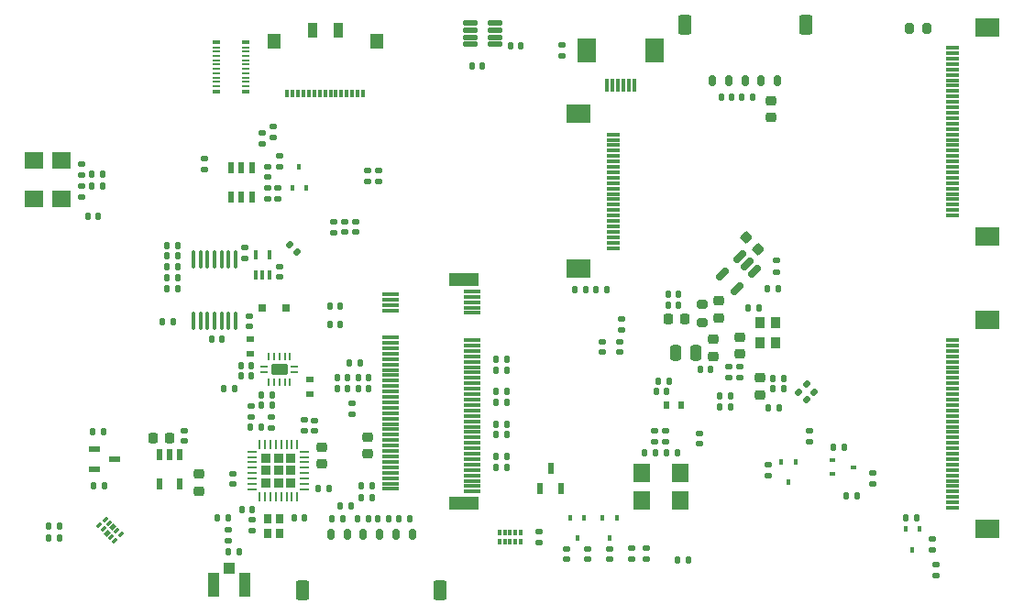
<source format=gbp>
G04 #@! TF.GenerationSoftware,KiCad,Pcbnew,(6.0.8-1)-1*
G04 #@! TF.CreationDate,2022-10-18T17:53:05-07:00*
G04 #@! TF.ProjectId,CRMHJN_capable_carrier,43524d48-4a4e-45f6-9361-7061626c655f,rev?*
G04 #@! TF.SameCoordinates,Original*
G04 #@! TF.FileFunction,Paste,Bot*
G04 #@! TF.FilePolarity,Positive*
%FSLAX46Y46*%
G04 Gerber Fmt 4.6, Leading zero omitted, Abs format (unit mm)*
G04 Created by KiCad (PCBNEW (6.0.8-1)-1) date 2022-10-18 17:53:05*
%MOMM*%
%LPD*%
G01*
G04 APERTURE LIST*
G04 Aperture macros list*
%AMRoundRect*
0 Rectangle with rounded corners*
0 $1 Rounding radius*
0 $2 $3 $4 $5 $6 $7 $8 $9 X,Y pos of 4 corners*
0 Add a 4 corners polygon primitive as box body*
4,1,4,$2,$3,$4,$5,$6,$7,$8,$9,$2,$3,0*
0 Add four circle primitives for the rounded corners*
1,1,$1+$1,$2,$3*
1,1,$1+$1,$4,$5*
1,1,$1+$1,$6,$7*
1,1,$1+$1,$8,$9*
0 Add four rect primitives between the rounded corners*
20,1,$1+$1,$2,$3,$4,$5,0*
20,1,$1+$1,$4,$5,$6,$7,0*
20,1,$1+$1,$6,$7,$8,$9,0*
20,1,$1+$1,$8,$9,$2,$3,0*%
%AMRotRect*
0 Rectangle, with rotation*
0 The origin of the aperture is its center*
0 $1 length*
0 $2 width*
0 $3 Rotation angle, in degrees counterclockwise*
0 Add horizontal line*
21,1,$1,$2,0,0,$3*%
G04 Aperture macros list end*
%ADD10RoundRect,0.225000X0.250000X-0.225000X0.250000X0.225000X-0.250000X0.225000X-0.250000X-0.225000X0*%
%ADD11RoundRect,0.135000X0.135000X0.185000X-0.135000X0.185000X-0.135000X-0.185000X0.135000X-0.185000X0*%
%ADD12RoundRect,0.135000X-0.185000X0.135000X-0.185000X-0.135000X0.185000X-0.135000X0.185000X0.135000X0*%
%ADD13R,1.000000X1.050000*%
%ADD14R,1.050000X2.200000*%
%ADD15RoundRect,0.147500X-0.147500X-0.172500X0.147500X-0.172500X0.147500X0.172500X-0.147500X0.172500X0*%
%ADD16RoundRect,0.140000X-0.140000X-0.170000X0.140000X-0.170000X0.140000X0.170000X-0.140000X0.170000X0*%
%ADD17RoundRect,0.135000X0.185000X-0.135000X0.185000X0.135000X-0.185000X0.135000X-0.185000X-0.135000X0*%
%ADD18RoundRect,0.135000X-0.135000X-0.185000X0.135000X-0.185000X0.135000X0.185000X-0.135000X0.185000X0*%
%ADD19RoundRect,0.225000X-0.250000X0.225000X-0.250000X-0.225000X0.250000X-0.225000X0.250000X0.225000X0*%
%ADD20RoundRect,0.147500X0.172500X-0.147500X0.172500X0.147500X-0.172500X0.147500X-0.172500X-0.147500X0*%
%ADD21RoundRect,0.140000X0.170000X-0.140000X0.170000X0.140000X-0.170000X0.140000X-0.170000X-0.140000X0*%
%ADD22RoundRect,0.147500X-0.172500X0.147500X-0.172500X-0.147500X0.172500X-0.147500X0.172500X0.147500X0*%
%ADD23RoundRect,0.250000X-0.250000X-0.475000X0.250000X-0.475000X0.250000X0.475000X-0.250000X0.475000X0*%
%ADD24O,0.350000X1.700000*%
%ADD25RoundRect,0.140000X0.140000X0.170000X-0.140000X0.170000X-0.140000X-0.170000X0.140000X-0.170000X0*%
%ADD26RoundRect,0.147500X0.147500X0.172500X-0.147500X0.172500X-0.147500X-0.172500X0.147500X-0.172500X0*%
%ADD27R,0.800000X0.600000*%
%ADD28R,0.550000X1.000000*%
%ADD29RoundRect,0.218750X0.256250X-0.218750X0.256250X0.218750X-0.256250X0.218750X-0.256250X-0.218750X0*%
%ADD30R,0.400000X0.500000*%
%ADD31RoundRect,0.050000X0.250000X-0.075000X0.250000X0.075000X-0.250000X0.075000X-0.250000X-0.075000X0*%
%ADD32RoundRect,0.050000X0.075000X0.250000X-0.075000X0.250000X-0.075000X-0.250000X0.075000X-0.250000X0*%
%ADD33RoundRect,0.050000X-0.700000X0.450000X-0.700000X-0.450000X0.700000X-0.450000X0.700000X0.450000X0*%
%ADD34RoundRect,0.125000X-0.537500X-0.125000X0.537500X-0.125000X0.537500X0.125000X-0.537500X0.125000X0*%
%ADD35RoundRect,0.140000X-0.170000X0.140000X-0.170000X-0.140000X0.170000X-0.140000X0.170000X0.140000X0*%
%ADD36R,1.500000X1.800000*%
%ADD37R,0.300000X1.300000*%
%ADD38R,1.800000X2.200000*%
%ADD39RotRect,0.300000X0.550000X135.000000*%
%ADD40RotRect,0.400000X0.550000X135.000000*%
%ADD41R,1.300000X0.300000*%
%ADD42R,2.200000X1.800000*%
%ADD43R,0.685000X0.230000*%
%ADD44R,0.685000X0.355600*%
%ADD45R,0.685000X0.356000*%
%ADD46R,0.300000X0.550000*%
%ADD47R,0.400000X0.550000*%
%ADD48R,1.800000X1.500000*%
%ADD49RoundRect,0.200000X0.200000X0.275000X-0.200000X0.275000X-0.200000X-0.275000X0.200000X-0.275000X0*%
%ADD50R,0.500000X0.400000*%
%ADD51RoundRect,0.225000X-0.335876X-0.017678X-0.017678X-0.335876X0.335876X0.017678X0.017678X0.335876X0*%
%ADD52RoundRect,0.147500X-0.226274X-0.017678X-0.017678X-0.226274X0.226274X0.017678X0.017678X0.226274X0*%
%ADD53R,0.800000X0.800000*%
%ADD54RoundRect,0.200000X0.275000X-0.200000X0.275000X0.200000X-0.275000X0.200000X-0.275000X-0.200000X0*%
%ADD55R,1.550000X0.300000*%
%ADD56R,2.750000X1.200000*%
%ADD57RoundRect,0.225000X0.225000X0.250000X-0.225000X0.250000X-0.225000X-0.250000X0.225000X-0.250000X0*%
%ADD58RoundRect,0.150000X0.150000X0.350000X-0.150000X0.350000X-0.150000X-0.350000X0.150000X-0.350000X0*%
%ADD59RoundRect,0.250000X0.375000X0.650000X-0.375000X0.650000X-0.375000X-0.650000X0.375000X-0.650000X0*%
%ADD60RoundRect,0.150000X-0.150000X-0.350000X0.150000X-0.350000X0.150000X0.350000X-0.150000X0.350000X0*%
%ADD61RoundRect,0.250000X-0.375000X-0.650000X0.375000X-0.650000X0.375000X0.650000X-0.375000X0.650000X0*%
%ADD62RoundRect,0.135000X0.226274X0.035355X0.035355X0.226274X-0.226274X-0.035355X-0.035355X-0.226274X0*%
%ADD63R,0.400000X0.900000*%
%ADD64R,0.950000X1.050000*%
%ADD65R,0.300000X0.800000*%
%ADD66R,1.220000X1.400000*%
%ADD67R,0.850000X1.400000*%
%ADD68R,0.800000X0.900000*%
%ADD69RoundRect,0.232500X-0.232500X-0.232500X0.232500X-0.232500X0.232500X0.232500X-0.232500X0.232500X0*%
%ADD70RoundRect,0.062500X-0.375000X-0.062500X0.375000X-0.062500X0.375000X0.062500X-0.375000X0.062500X0*%
%ADD71RoundRect,0.062500X-0.062500X-0.375000X0.062500X-0.375000X0.062500X0.375000X-0.062500X0.375000X0*%
%ADD72RoundRect,0.225000X-0.225000X-0.250000X0.225000X-0.250000X0.225000X0.250000X-0.225000X0.250000X0*%
%ADD73R,1.000000X0.550000*%
%ADD74R,0.600000X0.700000*%
%ADD75RoundRect,0.218750X-0.256250X0.218750X-0.256250X-0.218750X0.256250X-0.218750X0.256250X0.218750X0*%
%ADD76RoundRect,0.150000X0.256326X0.468458X-0.468458X-0.256326X-0.256326X-0.468458X0.468458X0.256326X0*%
G04 APERTURE END LIST*
D10*
G04 #@! TO.C,C75*
X86850000Y-46310000D03*
X86850000Y-44760000D03*
G04 #@! TD*
D11*
G04 #@! TO.C,R142*
X72745000Y-36600000D03*
X71725000Y-36600000D03*
G04 #@! TD*
D12*
G04 #@! TO.C,R139*
X76405000Y-60445000D03*
X76405000Y-61465000D03*
G04 #@! TD*
D13*
G04 #@! TO.C,AE1*
X37850000Y-62351190D03*
D14*
X36375000Y-63876190D03*
X39325000Y-63876190D03*
G04 #@! TD*
D15*
G04 #@! TO.C,R99*
X21200000Y-58450000D03*
X22170000Y-58450000D03*
G04 #@! TD*
D11*
G04 #@! TO.C,R145*
X84210000Y-47400000D03*
X83190000Y-47400000D03*
G04 #@! TD*
D16*
G04 #@! TO.C,C46*
X50090000Y-54750000D03*
X51050000Y-54750000D03*
G04 #@! TD*
D17*
G04 #@! TO.C,R74*
X24200000Y-26010000D03*
X24200000Y-24990000D03*
G04 #@! TD*
D12*
G04 #@! TO.C,R71*
X44800000Y-48640000D03*
X44800000Y-49660000D03*
G04 #@! TD*
D16*
G04 #@! TO.C,C78*
X81355000Y-43980000D03*
X82315000Y-43980000D03*
G04 #@! TD*
D18*
G04 #@! TO.C,R76*
X51590000Y-57750000D03*
X52610000Y-57750000D03*
G04 #@! TD*
D19*
G04 #@! TO.C,C16*
X46376503Y-51167547D03*
X46376503Y-52717547D03*
G04 #@! TD*
D20*
G04 #@! TO.C,R14*
X73000000Y-61485000D03*
X73000000Y-60515000D03*
G04 #@! TD*
D11*
G04 #@! TO.C,R150*
X89110000Y-44775000D03*
X88090000Y-44775000D03*
G04 #@! TD*
D21*
G04 #@! TO.C,C72*
X84000000Y-44680000D03*
X84000000Y-43720000D03*
G04 #@! TD*
D22*
G04 #@! TO.C,C86*
X41381018Y-27221010D03*
X41381018Y-28191010D03*
G04 #@! TD*
D11*
G04 #@! TO.C,R157*
X70795000Y-36605000D03*
X69775000Y-36605000D03*
G04 #@! TD*
D23*
G04 #@! TO.C,C80*
X79085000Y-42455000D03*
X80985000Y-42455000D03*
G04 #@! TD*
D20*
G04 #@! TO.C,C71*
X42498742Y-35428990D03*
X42498742Y-34458990D03*
G04 #@! TD*
G04 #@! TO.C,R95*
X42381018Y-28191010D03*
X42381018Y-27221010D03*
G04 #@! TD*
D15*
G04 #@! TO.C,C38*
X62515000Y-44000000D03*
X63485000Y-44000000D03*
G04 #@! TD*
D20*
G04 #@! TO.C,R128*
X69000000Y-61485000D03*
X69000000Y-60515000D03*
G04 #@! TD*
D12*
G04 #@! TO.C,R40*
X97250000Y-53540000D03*
X97250000Y-54560000D03*
G04 #@! TD*
D11*
G04 #@! TO.C,R75*
X54510000Y-57750000D03*
X53490000Y-57750000D03*
G04 #@! TD*
G04 #@! TO.C,R15*
X26185000Y-25950000D03*
X25165000Y-25950000D03*
G04 #@! TD*
D24*
G04 #@! TO.C,IC12*
X34541342Y-33771400D03*
X35191342Y-33771400D03*
X35841342Y-33771400D03*
X36491342Y-33771400D03*
X37141342Y-33771400D03*
X37791342Y-33771400D03*
X38441342Y-33771400D03*
X38441342Y-39471400D03*
X37791342Y-39471400D03*
X37141342Y-39471400D03*
X36491342Y-39471400D03*
X35841342Y-39471400D03*
X35191342Y-39471400D03*
X34541342Y-39471400D03*
G04 #@! TD*
D25*
G04 #@! TO.C,C7*
X37731190Y-57700000D03*
X36771190Y-57700000D03*
G04 #@! TD*
D22*
G04 #@! TO.C,R85*
X39748742Y-39008990D03*
X39748742Y-39978990D03*
G04 #@! TD*
D15*
G04 #@! TO.C,R6*
X49765000Y-44750000D03*
X50735000Y-44750000D03*
G04 #@! TD*
G04 #@! TO.C,C37*
X62515000Y-43000000D03*
X63485000Y-43000000D03*
G04 #@! TD*
D20*
G04 #@! TO.C,C88*
X41381018Y-26191010D03*
X41381018Y-25221010D03*
G04 #@! TD*
D25*
G04 #@! TO.C,C73*
X78270000Y-46015000D03*
X77310000Y-46015000D03*
G04 #@! TD*
D16*
G04 #@! TO.C,C87*
X85800000Y-38310000D03*
X86760000Y-38310000D03*
G04 #@! TD*
D17*
G04 #@! TO.C,R151*
X88366971Y-34942051D03*
X88366971Y-33922051D03*
G04 #@! TD*
D11*
G04 #@! TO.C,R135*
X94645000Y-51125000D03*
X93625000Y-51125000D03*
G04 #@! TD*
G04 #@! TO.C,R93*
X47110000Y-55000000D03*
X46090000Y-55000000D03*
G04 #@! TD*
D26*
G04 #@! TO.C,R96*
X25791010Y-29791600D03*
X24821010Y-29791600D03*
G04 #@! TD*
D27*
G04 #@! TO.C,C54*
X45325000Y-46275000D03*
X45325000Y-44875000D03*
G04 #@! TD*
D26*
G04 #@! TO.C,R66*
X26235000Y-49725000D03*
X25265000Y-49725000D03*
G04 #@! TD*
D16*
G04 #@! TO.C,C6*
X37793810Y-60825000D03*
X38753810Y-60825000D03*
G04 #@! TD*
D28*
G04 #@! TO.C,IC5*
X31411021Y-51857916D03*
X32361021Y-51857916D03*
X33311021Y-51857916D03*
X33311021Y-54557916D03*
X31411021Y-54557916D03*
G04 #@! TD*
D29*
G04 #@! TO.C,L3*
X87890000Y-20705000D03*
X87890000Y-19130000D03*
G04 #@! TD*
D17*
G04 #@! TO.C,R78*
X49200000Y-48120000D03*
X49200000Y-47100000D03*
G04 #@! TD*
D12*
G04 #@! TO.C,R48*
X78150000Y-49615000D03*
X78150000Y-50635000D03*
G04 #@! TD*
D30*
G04 #@! TO.C,Q7*
X100300000Y-58700000D03*
X101600000Y-58700000D03*
X100950000Y-60600000D03*
G04 #@! TD*
D31*
G04 #@! TO.C,U8*
X41080000Y-43705000D03*
D32*
X41480000Y-42805000D03*
X41980000Y-42805000D03*
X42480000Y-42805000D03*
X42980000Y-42805000D03*
X43480000Y-42805000D03*
D31*
X43880000Y-43705000D03*
X43880000Y-44205000D03*
D32*
X43480000Y-45105000D03*
X42980000Y-45105000D03*
X42480000Y-45105000D03*
X41980000Y-45105000D03*
X41480000Y-45105000D03*
D31*
X41080000Y-44205000D03*
D33*
X42480000Y-43955000D03*
G04 #@! TD*
D11*
G04 #@! TO.C,R123*
X80260000Y-61550000D03*
X79240000Y-61550000D03*
G04 #@! TD*
D34*
G04 #@! TO.C,U6*
X60112500Y-13925000D03*
X60112500Y-13275000D03*
X60112500Y-12625000D03*
X60112500Y-11975000D03*
X62387500Y-11975000D03*
X62387500Y-12625000D03*
X62387500Y-13275000D03*
X62387500Y-13925000D03*
G04 #@! TD*
D35*
G04 #@! TO.C,C18*
X45750000Y-48670000D03*
X45750000Y-49630000D03*
G04 #@! TD*
D36*
G04 #@! TO.C,C12*
X79550000Y-56025000D03*
X75950000Y-56025000D03*
G04 #@! TD*
D15*
G04 #@! TO.C,R7*
X49765000Y-45750000D03*
X50735000Y-45750000D03*
G04 #@! TD*
D19*
G04 #@! TO.C,C47*
X50606010Y-50191600D03*
X50606010Y-51741600D03*
G04 #@! TD*
D30*
G04 #@! TO.C,T3*
X44956010Y-27168982D03*
X43656010Y-27168982D03*
X44306010Y-25268982D03*
G04 #@! TD*
D16*
G04 #@! TO.C,C27*
X43870000Y-57700000D03*
X44830000Y-57700000D03*
G04 #@! TD*
D11*
G04 #@! TO.C,R73*
X38360000Y-45750000D03*
X37340000Y-45750000D03*
G04 #@! TD*
D15*
G04 #@! TO.C,C68*
X62515000Y-50000000D03*
X63485000Y-50000000D03*
G04 #@! TD*
D37*
G04 #@! TO.C,J5*
X72750000Y-17750000D03*
X73250000Y-17750000D03*
X73750000Y-17750000D03*
X74250000Y-17750000D03*
X74750000Y-17750000D03*
X75250000Y-17750000D03*
D38*
X77150000Y-14500000D03*
X70850000Y-14500000D03*
G04 #@! TD*
D17*
G04 #@! TO.C,R47*
X102800000Y-60610000D03*
X102800000Y-59590000D03*
G04 #@! TD*
D16*
G04 #@! TO.C,C53*
X38920000Y-44550000D03*
X39880000Y-44550000D03*
G04 #@! TD*
D12*
G04 #@! TO.C,R19*
X24200000Y-26990000D03*
X24200000Y-28010000D03*
G04 #@! TD*
D39*
G04 #@! TO.C,U10*
X27284871Y-59779343D03*
X26931317Y-59425790D03*
D40*
X26577764Y-59072236D03*
D39*
X26224210Y-58718683D03*
X25870657Y-58365129D03*
X26415129Y-57820657D03*
X26768683Y-58174210D03*
D40*
X27122236Y-58527764D03*
D39*
X27475790Y-58881317D03*
X27829343Y-59234871D03*
G04 #@! TD*
D15*
G04 #@! TO.C,R133*
X47165000Y-39800000D03*
X48135000Y-39800000D03*
G04 #@! TD*
D41*
G04 #@! TO.C,J10*
X73350000Y-32750000D03*
X73350000Y-32250000D03*
X73350000Y-31750000D03*
X73350000Y-31250000D03*
X73350000Y-30750000D03*
X73350000Y-30250000D03*
X73350000Y-29750000D03*
X73350000Y-29250000D03*
X73350000Y-28750000D03*
X73350000Y-28250000D03*
X73350000Y-27750000D03*
X73350000Y-27250000D03*
X73350000Y-26750000D03*
X73350000Y-26250000D03*
X73350000Y-25750000D03*
X73350000Y-25250000D03*
X73350000Y-24750000D03*
X73350000Y-24250000D03*
X73350000Y-23750000D03*
X73350000Y-23250000D03*
X73350000Y-22750000D03*
X73350000Y-22250000D03*
D42*
X70100000Y-20350000D03*
X70100000Y-34650000D03*
G04 #@! TD*
D43*
G04 #@! TO.C,J13*
X36645000Y-14200000D03*
X39355000Y-14200000D03*
X36645000Y-14600000D03*
X39355000Y-14600000D03*
X36645000Y-15000000D03*
X39355000Y-15000000D03*
X36645000Y-15399999D03*
X39355000Y-15400000D03*
X36645000Y-15800001D03*
X39355000Y-15800000D03*
X36645000Y-16200000D03*
X39355000Y-16200000D03*
X36645000Y-16600000D03*
X39355000Y-16600000D03*
X36645000Y-16999999D03*
X39355000Y-17000000D03*
X36645000Y-17400001D03*
X39355000Y-17400000D03*
X36645000Y-17800000D03*
X39355000Y-17800000D03*
D44*
X39355000Y-18275000D03*
D45*
X39355000Y-13725000D03*
X36645000Y-18275000D03*
X36645000Y-13725000D03*
G04 #@! TD*
D46*
G04 #@! TO.C,U9*
X64800000Y-59835000D03*
X64300000Y-59835000D03*
D47*
X63800000Y-59835000D03*
D46*
X63300000Y-59835000D03*
X62800000Y-59835000D03*
X62800000Y-59065000D03*
X63300000Y-59065000D03*
D47*
X63800000Y-59065000D03*
D46*
X64300000Y-59065000D03*
X64800000Y-59065000D03*
G04 #@! TD*
D48*
G04 #@! TO.C,C22*
X19841600Y-28243990D03*
X19841600Y-24643990D03*
G04 #@! TD*
D16*
G04 #@! TO.C,C90*
X60270000Y-15950000D03*
X61230000Y-15950000D03*
G04 #@! TD*
D30*
G04 #@! TO.C,T4*
X69356010Y-57641600D03*
X70656010Y-57641600D03*
X70006010Y-59541600D03*
G04 #@! TD*
D17*
G04 #@! TO.C,R119*
X87655000Y-53765000D03*
X87655000Y-52745000D03*
G04 #@! TD*
D12*
G04 #@! TO.C,R134*
X41900000Y-21490000D03*
X41900000Y-22510000D03*
G04 #@! TD*
D19*
G04 #@! TO.C,C5*
X35043810Y-53630000D03*
X35043810Y-55180000D03*
G04 #@! TD*
D49*
G04 #@! TO.C,R156*
X102325000Y-12490000D03*
X100675000Y-12490000D03*
G04 #@! TD*
D11*
G04 #@! TO.C,R42*
X95860000Y-55650000D03*
X94840000Y-55650000D03*
G04 #@! TD*
D18*
G04 #@! TO.C,R159*
X77440000Y-45050000D03*
X78460000Y-45050000D03*
G04 #@! TD*
D15*
G04 #@! TO.C,C70*
X62515000Y-53000000D03*
X63485000Y-53000000D03*
G04 #@! TD*
D21*
G04 #@! TO.C,C45*
X73900000Y-42380000D03*
X73900000Y-41420000D03*
G04 #@! TD*
D17*
G04 #@! TO.C,R141*
X66480000Y-59980000D03*
X66480000Y-58960000D03*
G04 #@! TD*
D20*
G04 #@! TO.C,R136*
X39300000Y-33676428D03*
X39300000Y-32706428D03*
G04 #@! TD*
D11*
G04 #@! TO.C,R152*
X88585720Y-36534160D03*
X87565720Y-36534160D03*
G04 #@! TD*
D50*
G04 #@! TO.C,Q3*
X93600000Y-53625000D03*
X93600000Y-52325000D03*
X95500000Y-52975000D03*
G04 #@! TD*
D25*
G04 #@! TO.C,C58*
X79330000Y-38000000D03*
X78370000Y-38000000D03*
G04 #@! TD*
D15*
G04 #@! TO.C,R8*
X47840000Y-44750000D03*
X48810000Y-44750000D03*
G04 #@! TD*
D35*
G04 #@! TO.C,C4*
X41750000Y-48385000D03*
X41750000Y-49345000D03*
G04 #@! TD*
D21*
G04 #@! TO.C,C29*
X39980000Y-58830000D03*
X39980000Y-57870000D03*
G04 #@! TD*
D48*
G04 #@! TO.C,FB1*
X22341600Y-24643990D03*
X22341600Y-28243990D03*
G04 #@! TD*
D18*
G04 #@! TO.C,R52*
X47340000Y-57750000D03*
X48360000Y-57750000D03*
G04 #@! TD*
G04 #@! TO.C,R53*
X78240000Y-51625000D03*
X79260000Y-51625000D03*
G04 #@! TD*
D26*
G04 #@! TO.C,R67*
X26310000Y-54750000D03*
X25340000Y-54750000D03*
G04 #@! TD*
D41*
G04 #@! TO.C,J7*
X104650000Y-41250000D03*
X104650000Y-41750000D03*
X104650000Y-42250000D03*
X104650000Y-42750000D03*
X104650000Y-43250000D03*
X104650000Y-43750000D03*
X104650000Y-44250000D03*
X104650000Y-44750000D03*
X104650000Y-45250000D03*
X104650000Y-45750000D03*
X104650000Y-46250000D03*
X104650000Y-46750000D03*
X104650000Y-47250000D03*
X104650000Y-47750000D03*
X104650000Y-48250000D03*
X104650000Y-48750000D03*
X104650000Y-49250000D03*
X104650000Y-49750000D03*
X104650000Y-50250000D03*
X104650000Y-50750000D03*
X104650000Y-51250000D03*
X104650000Y-51750000D03*
X104650000Y-52250000D03*
X104650000Y-52750000D03*
X104650000Y-53250000D03*
X104650000Y-53750000D03*
X104650000Y-54250000D03*
X104650000Y-54750000D03*
X104650000Y-55250000D03*
X104650000Y-55750000D03*
X104650000Y-56250000D03*
X104650000Y-56750000D03*
D42*
X107900000Y-58650000D03*
X107900000Y-39350000D03*
G04 #@! TD*
D11*
G04 #@! TO.C,R87*
X49095000Y-56550000D03*
X48075000Y-56550000D03*
G04 #@! TD*
D12*
G04 #@! TO.C,R44*
X77150000Y-49615000D03*
X77150000Y-50635000D03*
G04 #@! TD*
D20*
G04 #@! TO.C,R116*
X50642600Y-26565600D03*
X50642600Y-25595600D03*
G04 #@! TD*
D25*
G04 #@! TO.C,C61*
X79330000Y-37000000D03*
X78370000Y-37000000D03*
G04 #@! TD*
D18*
G04 #@! TO.C,R77*
X49690000Y-57750000D03*
X50710000Y-57750000D03*
G04 #@! TD*
D51*
G04 #@! TO.C,C76*
X85634249Y-31764113D03*
X86730265Y-32860129D03*
G04 #@! TD*
D15*
G04 #@! TO.C,R9*
X47840000Y-45750000D03*
X48810000Y-45750000D03*
G04 #@! TD*
D41*
G04 #@! TO.C,J6*
X104650000Y-14250000D03*
X104650000Y-14750000D03*
X104650000Y-15250000D03*
X104650000Y-15750000D03*
X104650000Y-16250000D03*
X104650000Y-16750000D03*
X104650000Y-17250000D03*
X104650000Y-17750000D03*
X104650000Y-18250000D03*
X104650000Y-18750000D03*
X104650000Y-19250000D03*
X104650000Y-19750000D03*
X104650000Y-20250000D03*
X104650000Y-20750000D03*
X104650000Y-21250000D03*
X104650000Y-21750000D03*
X104650000Y-22250000D03*
X104650000Y-22750000D03*
X104650000Y-23250000D03*
X104650000Y-23750000D03*
X104650000Y-24250000D03*
X104650000Y-24750000D03*
X104650000Y-25250000D03*
X104650000Y-25750000D03*
X104650000Y-26250000D03*
X104650000Y-26750000D03*
X104650000Y-27250000D03*
X104650000Y-27750000D03*
X104650000Y-28250000D03*
X104650000Y-28750000D03*
X104650000Y-29250000D03*
X104650000Y-29750000D03*
D42*
X107900000Y-12350000D03*
X107900000Y-31650000D03*
G04 #@! TD*
D52*
G04 #@! TO.C,R2*
X43407053Y-32407053D03*
X44092947Y-33092947D03*
G04 #@! TD*
D11*
G04 #@! TO.C,R1*
X101325000Y-57695000D03*
X100305000Y-57695000D03*
G04 #@! TD*
G04 #@! TO.C,R144*
X84210000Y-46400000D03*
X83190000Y-46400000D03*
G04 #@! TD*
D53*
G04 #@! TO.C,D13*
X43118990Y-38276258D03*
X40868990Y-38276258D03*
G04 #@! TD*
D54*
G04 #@! TO.C,R148*
X81533750Y-39611043D03*
X81533750Y-37961043D03*
G04 #@! TD*
D27*
G04 #@! TO.C,C63*
X39801258Y-42556010D03*
X39801258Y-41156010D03*
G04 #@! TD*
D15*
G04 #@! TO.C,C48*
X31711000Y-39550000D03*
X32681000Y-39550000D03*
G04 #@! TD*
D11*
G04 #@! TO.C,R149*
X89110000Y-45775000D03*
X88090000Y-45775000D03*
G04 #@! TD*
D17*
G04 #@! TO.C,R146*
X74085000Y-40335000D03*
X74085000Y-39315000D03*
G04 #@! TD*
D10*
G04 #@! TO.C,C77*
X83104503Y-39197013D03*
X83104503Y-37647013D03*
G04 #@! TD*
D15*
G04 #@! TO.C,R4*
X47165000Y-38075000D03*
X48135000Y-38075000D03*
G04 #@! TD*
D55*
G04 #@! TO.C,J8*
X60274990Y-55249990D03*
X52725000Y-55000000D03*
X60274990Y-54750000D03*
X52725000Y-54500000D03*
X60274990Y-54249990D03*
X52725000Y-53999990D03*
X60274990Y-53750000D03*
X52725000Y-53500000D03*
X60274990Y-53250000D03*
X52725000Y-53000000D03*
X60274990Y-52749990D03*
X52725000Y-52500000D03*
X60274990Y-52250000D03*
X52725000Y-52000000D03*
X60274990Y-51750000D03*
X52725000Y-51499990D03*
X60274990Y-51250000D03*
X52725000Y-51000000D03*
X60274990Y-50750000D03*
X52725000Y-50500000D03*
X60274990Y-50249990D03*
X52725000Y-50000000D03*
X60274990Y-49750000D03*
X52725000Y-49500000D03*
X60274990Y-49250000D03*
X52725000Y-48999990D03*
X60274990Y-48750000D03*
X52725000Y-48500000D03*
X60274990Y-48250000D03*
X52725000Y-48000000D03*
X60274990Y-47749990D03*
X52725000Y-47500000D03*
X60274990Y-47250000D03*
X52725000Y-47000000D03*
X60274990Y-46750000D03*
X52725000Y-46499990D03*
X60274990Y-46250000D03*
X52725000Y-46000000D03*
X60274990Y-45750000D03*
X52725000Y-45500000D03*
X60274990Y-45249990D03*
X52725000Y-45000000D03*
X60274990Y-44750000D03*
X52725000Y-44500000D03*
X60274990Y-44250000D03*
X52725000Y-43999990D03*
X60274990Y-43750000D03*
X52725000Y-43500000D03*
X60274990Y-43250000D03*
X52725000Y-43000000D03*
X60274990Y-42749990D03*
X52725000Y-42500000D03*
X60274990Y-42250000D03*
X52725000Y-42000000D03*
X60274990Y-41750000D03*
X52725000Y-41499990D03*
X60274990Y-41249990D03*
X52725000Y-41000000D03*
X60274990Y-38749990D03*
X52725000Y-38500000D03*
X60274990Y-38250000D03*
X52725000Y-38000000D03*
X60274990Y-37750000D03*
X52725000Y-37499990D03*
X60274990Y-37250000D03*
X52725000Y-37000000D03*
X60274990Y-36750000D03*
D56*
X59499990Y-56350000D03*
X59499990Y-35650000D03*
G04 #@! TD*
D57*
G04 #@! TO.C,C55*
X79975000Y-39300000D03*
X78425000Y-39300000D03*
G04 #@! TD*
D15*
G04 #@! TO.C,C41*
X32115000Y-32500000D03*
X33085000Y-32500000D03*
G04 #@! TD*
D58*
G04 #@! TO.C,J11*
X54750000Y-59205000D03*
X53250000Y-59205000D03*
X51750000Y-59205000D03*
X50250000Y-59205000D03*
X48750000Y-59205000D03*
X47250000Y-59205000D03*
D59*
X44645000Y-64395000D03*
X57355000Y-64395000D03*
G04 #@! TD*
D60*
G04 #@! TO.C,J2*
X82500000Y-17295000D03*
X84000000Y-17295000D03*
X85500000Y-17295000D03*
X87000000Y-17295000D03*
X88500000Y-17295000D03*
D61*
X79895000Y-12105000D03*
X91105000Y-12105000D03*
G04 #@! TD*
D16*
G04 #@! TO.C,C23*
X39046190Y-56935000D03*
X40006190Y-56935000D03*
G04 #@! TD*
D15*
G04 #@! TO.C,C69*
X62515000Y-52000000D03*
X63485000Y-52000000D03*
G04 #@! TD*
D30*
G04 #@! TO.C,Q6*
X88850000Y-52475000D03*
X90150000Y-52475000D03*
X89500000Y-54375000D03*
G04 #@! TD*
D62*
G04 #@! TO.C,R155*
X91885624Y-46035624D03*
X91164376Y-45314376D03*
G04 #@! TD*
D17*
G04 #@! TO.C,R80*
X35600000Y-25510000D03*
X35600000Y-24490000D03*
G04 #@! TD*
D63*
G04 #@! TO.C,IC13*
X41583142Y-35254600D03*
X40933142Y-35254600D03*
X40283142Y-35254600D03*
X40283142Y-33354600D03*
X41583142Y-33354600D03*
G04 #@! TD*
D18*
G04 #@! TO.C,R65*
X39840000Y-49300000D03*
X40860000Y-49300000D03*
G04 #@! TD*
D64*
G04 #@! TO.C,U12*
X88325000Y-39650000D03*
X88325000Y-41500000D03*
X86875000Y-41500000D03*
X86875000Y-39650000D03*
G04 #@! TD*
D17*
G04 #@! TO.C,R131*
X91450000Y-50635000D03*
X91450000Y-49615000D03*
G04 #@! TD*
G04 #@! TO.C,R41*
X103100000Y-63010000D03*
X103100000Y-61990000D03*
G04 #@! TD*
D28*
G04 #@! TO.C,U3*
X39931018Y-28056010D03*
X38981018Y-28056010D03*
X38031018Y-28056010D03*
X38031018Y-25356010D03*
X38981018Y-25356010D03*
X39931018Y-25356010D03*
G04 #@! TD*
D65*
G04 #@! TO.C,J3*
X43216600Y-18486010D03*
X43716600Y-18486010D03*
X44216600Y-18486010D03*
X44716600Y-18486010D03*
X45216600Y-18486010D03*
X45716600Y-18486010D03*
X46216600Y-18486010D03*
X46716600Y-18486010D03*
X47216600Y-18486010D03*
X47716600Y-18486010D03*
X48216600Y-18486010D03*
X48716600Y-18486010D03*
X49216600Y-18486010D03*
X49716600Y-18486010D03*
X50216600Y-18486010D03*
D66*
X41976600Y-13636010D03*
D67*
X47891600Y-12626010D03*
X45541600Y-12626010D03*
D66*
X51456600Y-13636010D03*
G04 #@! TD*
D18*
G04 #@! TO.C,R130*
X50070000Y-55780000D03*
X51090000Y-55780000D03*
G04 #@! TD*
D19*
G04 #@! TO.C,C62*
X84985000Y-40960000D03*
X84985000Y-42510000D03*
G04 #@! TD*
D17*
G04 #@! TO.C,R132*
X40900000Y-23110000D03*
X40900000Y-22090000D03*
G04 #@! TD*
D22*
G04 #@! TO.C,R59*
X81270000Y-49850000D03*
X81270000Y-50820000D03*
G04 #@! TD*
D11*
G04 #@! TO.C,R88*
X33110000Y-33500000D03*
X32090000Y-33500000D03*
G04 #@! TD*
D68*
G04 #@! TO.C,Y1*
X42550000Y-57750000D03*
X42550000Y-59150000D03*
X41450000Y-59150000D03*
X41450000Y-57750000D03*
G04 #@! TD*
D11*
G04 #@! TO.C,R45*
X77260000Y-51625000D03*
X76240000Y-51625000D03*
G04 #@! TD*
D69*
G04 #@! TO.C,U7*
X42400000Y-52150000D03*
X42400000Y-54450000D03*
X41250000Y-52150000D03*
X43550000Y-53300000D03*
X41250000Y-54450000D03*
X41250000Y-53300000D03*
X42400000Y-53300000D03*
X43550000Y-54450000D03*
X43550000Y-52150000D03*
D70*
X39962500Y-55050000D03*
X39962500Y-54550000D03*
X39962500Y-54050000D03*
X39962500Y-53550000D03*
X39962500Y-53050000D03*
X39962500Y-52550000D03*
X39962500Y-52050000D03*
X39962500Y-51550000D03*
D71*
X40650000Y-50862500D03*
X41150000Y-50862500D03*
X41650000Y-50862500D03*
X42150000Y-50862500D03*
X42650000Y-50862500D03*
X43150000Y-50862500D03*
X43650000Y-50862500D03*
X44150000Y-50862500D03*
D70*
X44837500Y-51550000D03*
X44837500Y-52050000D03*
X44837500Y-52550000D03*
X44837500Y-53050000D03*
X44837500Y-53550000D03*
X44837500Y-54050000D03*
X44837500Y-54550000D03*
X44837500Y-55050000D03*
D71*
X44150000Y-55737500D03*
X43650000Y-55737500D03*
X43150000Y-55737500D03*
X42650000Y-55737500D03*
X42150000Y-55737500D03*
X41650000Y-55737500D03*
X41150000Y-55737500D03*
X40650000Y-55737500D03*
G04 #@! TD*
D12*
G04 #@! TO.C,R140*
X74995000Y-60445000D03*
X74995000Y-61465000D03*
G04 #@! TD*
D30*
G04 #@! TO.C,T2*
X72343990Y-57658400D03*
X73643990Y-57658400D03*
X72993990Y-59558400D03*
G04 #@! TD*
D20*
G04 #@! TO.C,R31*
X33678810Y-50565000D03*
X33678810Y-49595000D03*
G04 #@! TD*
D15*
G04 #@! TO.C,R16*
X32115000Y-35500000D03*
X33085000Y-35500000D03*
G04 #@! TD*
D21*
G04 #@! TO.C,C44*
X72300000Y-42380000D03*
X72300000Y-41420000D03*
G04 #@! TD*
D20*
G04 #@! TO.C,R68*
X48500000Y-31285000D03*
X48500000Y-30315000D03*
G04 #@! TD*
G04 #@! TO.C,L5*
X37773810Y-59785000D03*
X37773810Y-58815000D03*
G04 #@! TD*
D26*
G04 #@! TO.C,R124*
X64795000Y-14110000D03*
X63825000Y-14110000D03*
G04 #@! TD*
D12*
G04 #@! TO.C,R90*
X68610000Y-13970000D03*
X68610000Y-14990000D03*
G04 #@! TD*
D26*
G04 #@! TO.C,R84*
X33085000Y-34500000D03*
X32115000Y-34500000D03*
G04 #@! TD*
D11*
G04 #@! TO.C,R64*
X41860000Y-47300000D03*
X40840000Y-47300000D03*
G04 #@! TD*
G04 #@! TO.C,R17*
X26185000Y-26985000D03*
X25165000Y-26985000D03*
G04 #@! TD*
D36*
G04 #@! TO.C,FB3*
X75950000Y-53525000D03*
X79550000Y-53525000D03*
G04 #@! TD*
D26*
G04 #@! TO.C,R114*
X49935000Y-43350000D03*
X48965000Y-43350000D03*
G04 #@! TD*
D21*
G04 #@! TO.C,C66*
X85000000Y-44680000D03*
X85000000Y-43720000D03*
G04 #@! TD*
D15*
G04 #@! TO.C,D5*
X85215000Y-18800000D03*
X86185000Y-18800000D03*
G04 #@! TD*
D20*
G04 #@! TO.C,R115*
X51676600Y-26565600D03*
X51676600Y-25595600D03*
G04 #@! TD*
G04 #@! TO.C,R69*
X49500000Y-31285000D03*
X49500000Y-30315000D03*
G04 #@! TD*
D26*
G04 #@! TO.C,R86*
X33085000Y-36500000D03*
X32115000Y-36500000D03*
G04 #@! TD*
D72*
G04 #@! TO.C,C3*
X30803810Y-50265000D03*
X32353810Y-50265000D03*
G04 #@! TD*
D15*
G04 #@! TO.C,C51*
X62515000Y-47000000D03*
X63485000Y-47000000D03*
G04 #@! TD*
D28*
G04 #@! TO.C,D4*
X68500000Y-55000000D03*
X66600010Y-55000000D03*
X67550000Y-53100000D03*
G04 #@! TD*
D20*
G04 #@! TO.C,R97*
X71000000Y-61485000D03*
X71000000Y-60515000D03*
G04 #@! TD*
D11*
G04 #@! TO.C,R83*
X41855000Y-46345000D03*
X40835000Y-46345000D03*
G04 #@! TD*
D17*
G04 #@! TO.C,R72*
X39850000Y-48360000D03*
X39850000Y-47340000D03*
G04 #@! TD*
D15*
G04 #@! TO.C,R36*
X36215000Y-41150000D03*
X37185000Y-41150000D03*
G04 #@! TD*
D62*
G04 #@! TO.C,R153*
X91160624Y-46760624D03*
X90439376Y-46039376D03*
G04 #@! TD*
D73*
G04 #@! TO.C,D3*
X25375000Y-53200000D03*
X25375000Y-51300010D03*
X27275000Y-52250000D03*
G04 #@! TD*
D74*
G04 #@! TO.C,D9*
X79615000Y-47240000D03*
X78215000Y-47240000D03*
G04 #@! TD*
D22*
G04 #@! TO.C,R46*
X42506010Y-24233982D03*
X42506010Y-25203982D03*
G04 #@! TD*
D15*
G04 #@! TO.C,R98*
X21215000Y-59500000D03*
X22185000Y-59500000D03*
G04 #@! TD*
D11*
G04 #@! TO.C,R129*
X88685000Y-47550000D03*
X87665000Y-47550000D03*
G04 #@! TD*
D16*
G04 #@! TO.C,C50*
X38920000Y-43600000D03*
X39880000Y-43600000D03*
G04 #@! TD*
D26*
G04 #@! TO.C,D1*
X84285000Y-18800000D03*
X83315000Y-18800000D03*
G04 #@! TD*
D75*
G04 #@! TO.C,FB4*
X82540000Y-41172500D03*
X82540000Y-42747500D03*
G04 #@! TD*
D35*
G04 #@! TO.C,C26*
X38216190Y-53580000D03*
X38216190Y-54540000D03*
G04 #@! TD*
D17*
G04 #@! TO.C,R70*
X47507254Y-31320000D03*
X47507254Y-30300000D03*
G04 #@! TD*
D76*
G04 #@! TO.C,U13*
X85003269Y-33548530D03*
X85675020Y-34220281D03*
X86346771Y-34892032D03*
X84738103Y-36500700D03*
X83394601Y-35157198D03*
G04 #@! TD*
D15*
G04 #@! TO.C,C49*
X62515000Y-46000000D03*
X63485000Y-46000000D03*
G04 #@! TD*
G04 #@! TO.C,C52*
X62515000Y-49000000D03*
X63485000Y-49000000D03*
G04 #@! TD*
M02*

</source>
